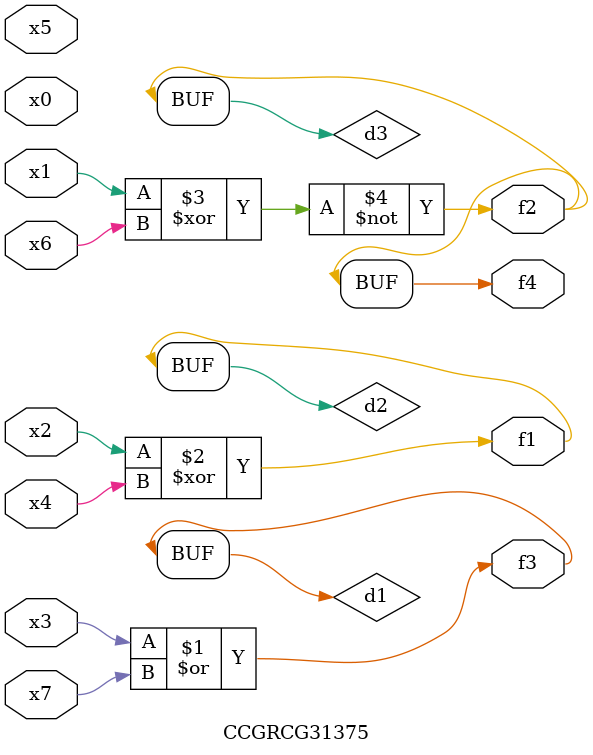
<source format=v>
module CCGRCG31375(
	input x0, x1, x2, x3, x4, x5, x6, x7,
	output f1, f2, f3, f4
);

	wire d1, d2, d3;

	or (d1, x3, x7);
	xor (d2, x2, x4);
	xnor (d3, x1, x6);
	assign f1 = d2;
	assign f2 = d3;
	assign f3 = d1;
	assign f4 = d3;
endmodule

</source>
